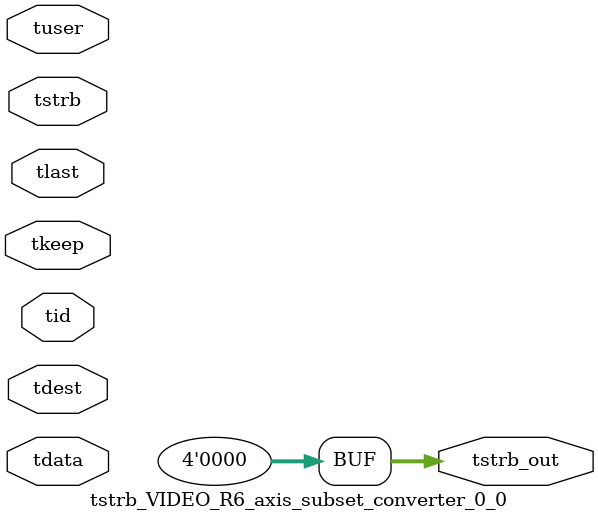
<source format=v>


`timescale 1ps/1ps

module tstrb_VIDEO_R6_axis_subset_converter_0_0 #
(
parameter C_S_AXIS_TDATA_WIDTH = 32,
parameter C_S_AXIS_TUSER_WIDTH = 0,
parameter C_S_AXIS_TID_WIDTH   = 0,
parameter C_S_AXIS_TDEST_WIDTH = 0,
parameter C_M_AXIS_TDATA_WIDTH = 32
)
(
input  [(C_S_AXIS_TDATA_WIDTH == 0 ? 1 : C_S_AXIS_TDATA_WIDTH)-1:0     ] tdata,
input  [(C_S_AXIS_TUSER_WIDTH == 0 ? 1 : C_S_AXIS_TUSER_WIDTH)-1:0     ] tuser,
input  [(C_S_AXIS_TID_WIDTH   == 0 ? 1 : C_S_AXIS_TID_WIDTH)-1:0       ] tid,
input  [(C_S_AXIS_TDEST_WIDTH == 0 ? 1 : C_S_AXIS_TDEST_WIDTH)-1:0     ] tdest,
input  [(C_S_AXIS_TDATA_WIDTH/8)-1:0 ] tkeep,
input  [(C_S_AXIS_TDATA_WIDTH/8)-1:0 ] tstrb,
input                                                                    tlast,
output [(C_M_AXIS_TDATA_WIDTH/8)-1:0 ] tstrb_out
);

assign tstrb_out = {1'b0};

endmodule


</source>
